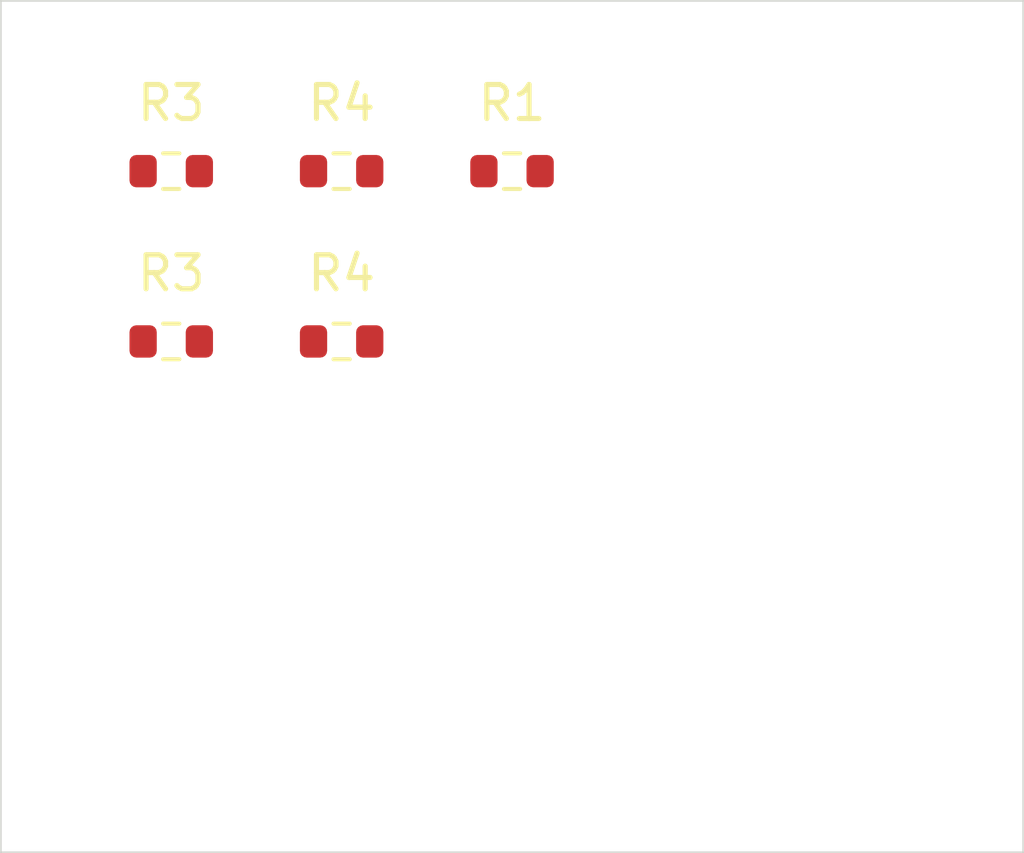
<source format=kicad_pcb>
(kicad_pcb (version 20241229) (generator "pcbnew") (generator_version "9.0")
  (layers (0 "F.Cu" signal) (2 "B.Cu" signal) (13 "F.Paste" user) (15 "B.Paste" user) (5 "F.SilkS" user "F.Silkscreen") (7 "B.SilkS" user "B.Silkscreen") (1 "F.Mask" user) (3 "B.Mask" user) (25 "Edge.Cuts" user))
  (net 0 "")
  (footprint "Resistor_SMD:R_0603_1608Metric" (layer "F.Cu") (at 5.0 5.0)
    (property "Reference" "R3" (at 0 -2 0) (layer "F.SilkS") (effects (font (size 1.0 1.0))))
    (property "Value" "1k")
    (fp_line (start -0.237258 -0.5225) (end 0.237258 -0.5225) (stroke (width 0.12)) (layer "F.SilkS"))
    (fp_line (start -0.237258 0.5225) (end 0.237258 0.5225) (stroke (width 0.12)) (layer "F.SilkS"))
    (pad "1" smd roundrect (at -0.825 0.0) (size 0.8 0.95) (layers "F.Cu" "F.Mask" "F.Paste"))
    (pad "2" smd roundrect (at 0.825 0.0) (size 0.8 0.95) (layers "F.Cu" "F.Mask" "F.Paste"))
  )
  (footprint "Resistor_SMD:R_0603_1608Metric" (layer "F.Cu") (at 10.0 5.0)
    (property "Reference" "R4" (at 0 -2 0) (layer "F.SilkS") (effects (font (size 1.0 1.0))))
    (property "Value" "10k")
    (fp_line (start -0.237258 -0.5225) (end 0.237258 -0.5225) (stroke (width 0.12)) (layer "F.SilkS"))
    (fp_line (start -0.237258 0.5225) (end 0.237258 0.5225) (stroke (width 0.12)) (layer "F.SilkS"))
    (pad "1" smd roundrect (at -0.825 0.0) (size 0.8 0.95) (layers "F.Cu" "F.Mask" "F.Paste"))
    (pad "2" smd roundrect (at 0.825 0.0) (size 0.8 0.95) (layers "F.Cu" "F.Mask" "F.Paste"))
  )
  (footprint "Resistor_SMD:R_0603_1608Metric" (layer "F.Cu") (at 15.0 5.0)
    (property "Reference" "R1" (at 0 -2 0) (layer "F.SilkS") (effects (font (size 1.0 1.0))))
    (property "Value" "10k")
    (fp_line (start -0.237258 -0.5225) (end 0.237258 -0.5225) (stroke (width 0.12)) (layer "F.SilkS"))
    (fp_line (start -0.237258 0.5225) (end 0.237258 0.5225) (stroke (width 0.12)) (layer "F.SilkS"))
    (pad "1" smd roundrect (at -0.825 0.0) (size 0.8 0.95) (layers "F.Cu" "F.Mask" "F.Paste"))
    (pad "2" smd roundrect (at 0.825 0.0) (size 0.8 0.95) (layers "F.Cu" "F.Mask" "F.Paste"))
  )
  (footprint "Resistor_SMD:R_0603_1608Metric" (layer "F.Cu") (at 5.0 10.0)
    (property "Reference" "R3" (at 0 -2 0) (layer "F.SilkS") (effects (font (size 1.0 1.0))))
    (property "Value" "1k")
    (fp_line (start -0.237258 -0.5225) (end 0.237258 -0.5225) (stroke (width 0.12)) (layer "F.SilkS"))
    (fp_line (start -0.237258 0.5225) (end 0.237258 0.5225) (stroke (width 0.12)) (layer "F.SilkS"))
    (pad "1" smd roundrect (at -0.825 0.0) (size 0.8 0.95) (layers "F.Cu" "F.Mask" "F.Paste"))
    (pad "2" smd roundrect (at 0.825 0.0) (size 0.8 0.95) (layers "F.Cu" "F.Mask" "F.Paste"))
  )
  (footprint "Resistor_SMD:R_0603_1608Metric" (layer "F.Cu") (at 10.0 10.0)
    (property "Reference" "R4" (at 0 -2 0) (layer "F.SilkS") (effects (font (size 1.0 1.0))))
    (property "Value" "10k")
    (fp_line (start -0.237258 -0.5225) (end 0.237258 -0.5225) (stroke (width 0.12)) (layer "F.SilkS"))
    (fp_line (start -0.237258 0.5225) (end 0.237258 0.5225) (stroke (width 0.12)) (layer "F.SilkS"))
    (pad "1" smd roundrect (at -0.825 0.0) (size 0.8 0.95) (layers "F.Cu" "F.Mask" "F.Paste"))
    (pad "2" smd roundrect (at 0.825 0.0) (size 0.8 0.95) (layers "F.Cu" "F.Mask" "F.Paste"))
  )
  (gr_rect (start 0 0) (end 30.0 25.0) (stroke (width 0.05)) (fill no) (layer "Edge.Cuts"))
)
</source>
